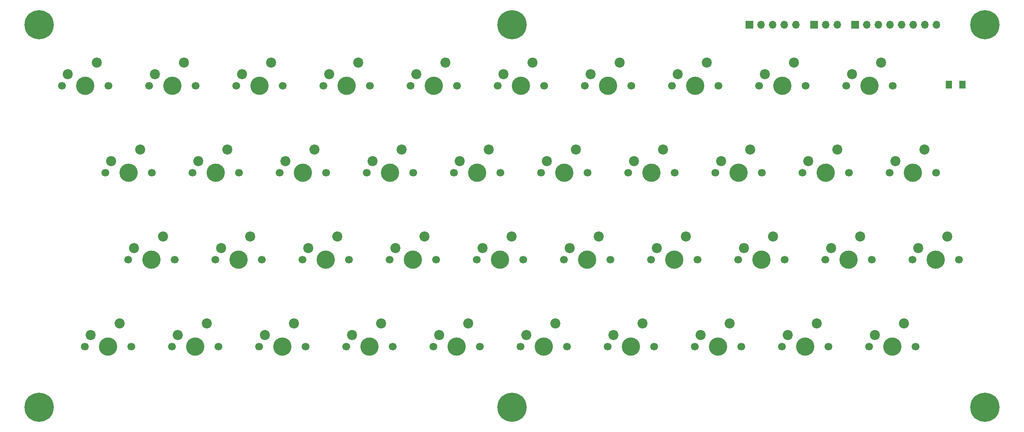
<source format=gbr>
%TF.GenerationSoftware,KiCad,Pcbnew,9.0.2*%
%TF.CreationDate,2025-07-24T10:59:42+01:00*%
%TF.ProjectId,ZX-81Keyboard_v1.1,5a582d38-314b-4657-9962-6f6172645f76,rev?*%
%TF.SameCoordinates,Original*%
%TF.FileFunction,Soldermask,Top*%
%TF.FilePolarity,Negative*%
%FSLAX46Y46*%
G04 Gerber Fmt 4.6, Leading zero omitted, Abs format (unit mm)*
G04 Created by KiCad (PCBNEW 9.0.2) date 2025-07-24 10:59:42*
%MOMM*%
%LPD*%
G01*
G04 APERTURE LIST*
G04 Aperture macros list*
%AMRoundRect*
0 Rectangle with rounded corners*
0 $1 Rounding radius*
0 $2 $3 $4 $5 $6 $7 $8 $9 X,Y pos of 4 corners*
0 Add a 4 corners polygon primitive as box body*
4,1,4,$2,$3,$4,$5,$6,$7,$8,$9,$2,$3,0*
0 Add four circle primitives for the rounded corners*
1,1,$1+$1,$2,$3*
1,1,$1+$1,$4,$5*
1,1,$1+$1,$6,$7*
1,1,$1+$1,$8,$9*
0 Add four rect primitives between the rounded corners*
20,1,$1+$1,$2,$3,$4,$5,0*
20,1,$1+$1,$4,$5,$6,$7,0*
20,1,$1+$1,$6,$7,$8,$9,0*
20,1,$1+$1,$8,$9,$2,$3,0*%
G04 Aperture macros list end*
%ADD10C,4.000000*%
%ADD11C,1.700000*%
%ADD12C,2.200000*%
%ADD13R,1.700000X1.700000*%
%ADD14O,1.700000X1.700000*%
%ADD15C,3.600000*%
%ADD16C,6.400000*%
%ADD17RoundRect,0.250001X-0.462499X-0.624999X0.462499X-0.624999X0.462499X0.624999X-0.462499X0.624999X0*%
G04 APERTURE END LIST*
D10*
%TO.C,SW35*%
X121840000Y-100930000D03*
D11*
X126920000Y-100930000D03*
X116760000Y-100930000D03*
D12*
X124380000Y-95850000D03*
X118030000Y-98390000D03*
%TD*%
D13*
%TO.C,J1*%
X199980000Y-30400000D03*
D14*
X202520000Y-30400000D03*
X205060000Y-30400000D03*
%TD*%
D11*
%TO.C,SW7*%
X149860000Y-43780000D03*
D10*
X154940000Y-43780000D03*
D11*
X160020000Y-43780000D03*
D12*
X157480000Y-38700000D03*
X151130000Y-41240000D03*
%TD*%
D11*
%TO.C,SW13*%
X93345000Y-62830000D03*
D10*
X88265000Y-62830000D03*
D11*
X83185000Y-62830000D03*
D12*
X90805000Y-57750000D03*
X84455000Y-60290000D03*
%TD*%
D11*
%TO.C,SW33*%
X88820000Y-100930000D03*
D10*
X83740000Y-100930000D03*
D11*
X78660000Y-100930000D03*
D12*
X86280000Y-95850000D03*
X79930000Y-98390000D03*
%TD*%
D11*
%TO.C,SW23*%
X98345000Y-81880000D03*
D10*
X93265000Y-81880000D03*
D11*
X88185000Y-81880000D03*
D12*
X95805000Y-76800000D03*
X89455000Y-79340000D03*
%TD*%
D10*
%TO.C,SW16*%
X145415000Y-62830000D03*
D11*
X140335000Y-62830000D03*
X150495000Y-62830000D03*
D12*
X147955000Y-57750000D03*
X141605000Y-60290000D03*
%TD*%
D11*
%TO.C,SW9*%
X198120000Y-43780000D03*
X187960000Y-43780000D03*
D10*
X193040000Y-43780000D03*
D12*
X195580000Y-38700000D03*
X189230000Y-41240000D03*
%TD*%
D10*
%TO.C,SW20*%
X221615000Y-62830000D03*
D11*
X216535000Y-62830000D03*
X226695000Y-62830000D03*
D12*
X224155000Y-57750000D03*
X217805000Y-60290000D03*
%TD*%
D11*
%TO.C,SW36*%
X135810000Y-100930000D03*
D10*
X140890000Y-100930000D03*
D11*
X145970000Y-100930000D03*
D12*
X143430000Y-95850000D03*
X137080000Y-98390000D03*
%TD*%
D11*
%TO.C,SW39*%
X203120000Y-100930000D03*
X192960000Y-100930000D03*
D10*
X198040000Y-100930000D03*
D12*
X200580000Y-95850000D03*
X194230000Y-98390000D03*
%TD*%
D11*
%TO.C,SW6*%
X140970000Y-43780000D03*
X130810000Y-43780000D03*
D10*
X135890000Y-43780000D03*
D12*
X138430000Y-38700000D03*
X132080000Y-41240000D03*
%TD*%
D11*
%TO.C,SW32*%
X69770000Y-100930000D03*
X59610000Y-100930000D03*
D10*
X64690000Y-100930000D03*
D12*
X67230000Y-95850000D03*
X60880000Y-98390000D03*
%TD*%
D11*
%TO.C,SW4*%
X92710000Y-43780000D03*
D10*
X97790000Y-43780000D03*
D11*
X102870000Y-43780000D03*
D12*
X100330000Y-38700000D03*
X93980000Y-41240000D03*
%TD*%
D11*
%TO.C,SW27*%
X164385000Y-81880000D03*
X174545000Y-81880000D03*
D10*
X169465000Y-81880000D03*
D12*
X172005000Y-76800000D03*
X165655000Y-79340000D03*
%TD*%
D11*
%TO.C,SW38*%
X184070000Y-100930000D03*
X173910000Y-100930000D03*
D10*
X178990000Y-100930000D03*
D12*
X181530000Y-95850000D03*
X175180000Y-98390000D03*
%TD*%
D11*
%TO.C,SW22*%
X79295000Y-81880000D03*
D10*
X74215000Y-81880000D03*
D11*
X69135000Y-81880000D03*
D12*
X76755000Y-76800000D03*
X70405000Y-79340000D03*
%TD*%
D15*
%TO.C,REF\u002A\u002A*%
X133980000Y-114200000D03*
D16*
X133980000Y-114200000D03*
%TD*%
D11*
%TO.C,SW28*%
X193595000Y-81880000D03*
D10*
X188515000Y-81880000D03*
D11*
X183435000Y-81880000D03*
D12*
X191055000Y-76800000D03*
X184705000Y-79340000D03*
%TD*%
D11*
%TO.C,SW30*%
X221535000Y-81880000D03*
D10*
X226615000Y-81880000D03*
D11*
X231695000Y-81880000D03*
D12*
X229155000Y-76800000D03*
X222805000Y-79340000D03*
%TD*%
D16*
%TO.C,REF\u002A\u002A*%
X133980000Y-30400000D03*
D15*
X133980000Y-30400000D03*
%TD*%
D11*
%TO.C,SW19*%
X207645000Y-62830000D03*
D10*
X202565000Y-62830000D03*
D11*
X197485000Y-62830000D03*
D12*
X205105000Y-57750000D03*
X198755000Y-60290000D03*
%TD*%
D10*
%TO.C,SW15*%
X126365000Y-62830000D03*
D11*
X131445000Y-62830000D03*
X121285000Y-62830000D03*
D12*
X128905000Y-57750000D03*
X122555000Y-60290000D03*
%TD*%
D11*
%TO.C,SW25*%
X126285000Y-81880000D03*
X136445000Y-81880000D03*
D10*
X131365000Y-81880000D03*
D12*
X133905000Y-76800000D03*
X127555000Y-79340000D03*
%TD*%
D10*
%TO.C,SW40*%
X217090000Y-100930000D03*
D11*
X222170000Y-100930000D03*
X212010000Y-100930000D03*
D12*
X219630000Y-95850000D03*
X213280000Y-98390000D03*
%TD*%
D15*
%TO.C,REF\u002A\u002A*%
X30580000Y-114200000D03*
D16*
X30580000Y-114200000D03*
%TD*%
D13*
%TO.C,J2*%
X208980000Y-30400000D03*
D14*
X211520000Y-30400000D03*
X214060000Y-30400000D03*
X216600000Y-30400000D03*
X219140000Y-30400000D03*
X221680000Y-30400000D03*
X224220000Y-30400000D03*
X226760000Y-30400000D03*
%TD*%
D11*
%TO.C,SW18*%
X178435000Y-62830000D03*
X188595000Y-62830000D03*
D10*
X183515000Y-62830000D03*
D12*
X186055000Y-57750000D03*
X179705000Y-60290000D03*
%TD*%
D16*
%TO.C,REF\u002A\u002A*%
X237380000Y-114200000D03*
D15*
X237380000Y-114200000D03*
%TD*%
D11*
%TO.C,SW10*%
X217170000Y-43780000D03*
X207010000Y-43780000D03*
D10*
X212090000Y-43780000D03*
D12*
X214630000Y-38700000D03*
X208280000Y-41240000D03*
%TD*%
D10*
%TO.C,SW26*%
X150415000Y-81880000D03*
D11*
X155495000Y-81880000D03*
X145335000Y-81880000D03*
D12*
X152955000Y-76800000D03*
X146605000Y-79340000D03*
%TD*%
D16*
%TO.C,REF\u002A\u002A*%
X237380000Y-30400000D03*
D15*
X237380000Y-30400000D03*
%TD*%
D11*
%TO.C,SW21*%
X60245000Y-81880000D03*
D10*
X55165000Y-81880000D03*
D11*
X50085000Y-81880000D03*
D12*
X57705000Y-76800000D03*
X51355000Y-79340000D03*
%TD*%
D11*
%TO.C,SW2*%
X64770000Y-43780000D03*
D10*
X59690000Y-43780000D03*
D11*
X54610000Y-43780000D03*
D12*
X62230000Y-38700000D03*
X55880000Y-41240000D03*
%TD*%
D15*
%TO.C,REF\u002A\u002A*%
X30580000Y-30400000D03*
D16*
X30580000Y-30400000D03*
%TD*%
D10*
%TO.C,SW34*%
X102790000Y-100930000D03*
D11*
X107870000Y-100930000D03*
X97710000Y-100930000D03*
D12*
X105330000Y-95850000D03*
X98980000Y-98390000D03*
%TD*%
D10*
%TO.C,SW17*%
X164465000Y-62830000D03*
D11*
X169545000Y-62830000D03*
X159385000Y-62830000D03*
D12*
X167005000Y-57750000D03*
X160655000Y-60290000D03*
%TD*%
D10*
%TO.C,SW3*%
X78740000Y-43780000D03*
D11*
X83820000Y-43780000D03*
X73660000Y-43780000D03*
D12*
X81280000Y-38700000D03*
X74930000Y-41240000D03*
%TD*%
D17*
%TO.C,D1*%
X229492500Y-43499000D03*
X232467500Y-43499000D03*
%TD*%
D11*
%TO.C,SW8*%
X168910000Y-43780000D03*
X179070000Y-43780000D03*
D10*
X173990000Y-43780000D03*
D12*
X176530000Y-38700000D03*
X170180000Y-41240000D03*
%TD*%
D11*
%TO.C,SW24*%
X117395000Y-81880000D03*
D10*
X112315000Y-81880000D03*
D11*
X107235000Y-81880000D03*
D12*
X114855000Y-76800000D03*
X108505000Y-79340000D03*
%TD*%
D11*
%TO.C,SW31*%
X50720000Y-100930000D03*
D10*
X45640000Y-100930000D03*
D11*
X40560000Y-100930000D03*
D12*
X48180000Y-95850000D03*
X41830000Y-98390000D03*
%TD*%
D11*
%TO.C,SW14*%
X112395000Y-62830000D03*
D10*
X107315000Y-62830000D03*
D11*
X102235000Y-62830000D03*
D12*
X109855000Y-57750000D03*
X103505000Y-60290000D03*
%TD*%
D10*
%TO.C,SW5*%
X116840000Y-43780000D03*
D11*
X111760000Y-43780000D03*
X121920000Y-43780000D03*
D12*
X119380000Y-38700000D03*
X113030000Y-41240000D03*
%TD*%
D13*
%TO.C,J3*%
X185880000Y-30400000D03*
D14*
X188420000Y-30400000D03*
X190960000Y-30400000D03*
X193500000Y-30400000D03*
X196040000Y-30400000D03*
%TD*%
D11*
%TO.C,SW37*%
X154860000Y-100930000D03*
X165020000Y-100930000D03*
D10*
X159940000Y-100930000D03*
D12*
X162480000Y-95850000D03*
X156130000Y-98390000D03*
%TD*%
D10*
%TO.C,SW12*%
X69215000Y-62830000D03*
D11*
X74295000Y-62830000D03*
X64135000Y-62830000D03*
D12*
X71755000Y-57750000D03*
X65405000Y-60290000D03*
%TD*%
D11*
%TO.C,SW11*%
X55245000Y-62830000D03*
D10*
X50165000Y-62830000D03*
D11*
X45085000Y-62830000D03*
D12*
X52705000Y-57750000D03*
X46355000Y-60290000D03*
%TD*%
D11*
%TO.C,SW1*%
X45720000Y-43780000D03*
X35560000Y-43780000D03*
D10*
X40640000Y-43780000D03*
D12*
X43180000Y-38700000D03*
X36830000Y-41240000D03*
%TD*%
D10*
%TO.C,SW29*%
X207565000Y-81880000D03*
D11*
X202485000Y-81880000D03*
X212645000Y-81880000D03*
D12*
X210105000Y-76800000D03*
X203755000Y-79340000D03*
%TD*%
M02*

</source>
